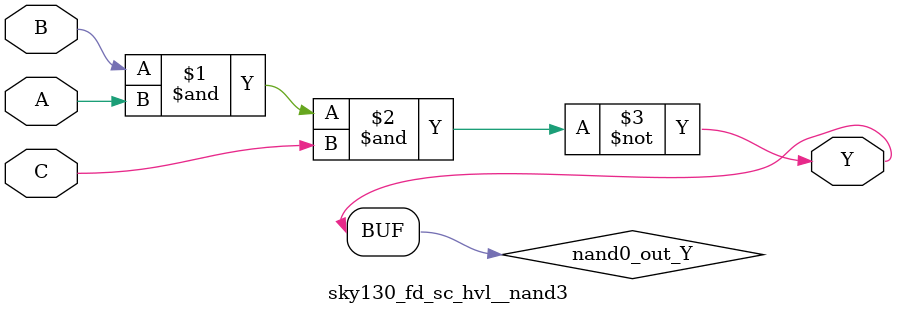
<source format=v>
/*
 * Copyright 2020 The SkyWater PDK Authors
 *
 * Licensed under the Apache License, Version 2.0 (the "License");
 * you may not use this file except in compliance with the License.
 * You may obtain a copy of the License at
 *
 *     https://www.apache.org/licenses/LICENSE-2.0
 *
 * Unless required by applicable law or agreed to in writing, software
 * distributed under the License is distributed on an "AS IS" BASIS,
 * WITHOUT WARRANTIES OR CONDITIONS OF ANY KIND, either express or implied.
 * See the License for the specific language governing permissions and
 * limitations under the License.
 *
 * SPDX-License-Identifier: Apache-2.0
*/


`ifndef SKY130_FD_SC_HVL__NAND3_FUNCTIONAL_V
`define SKY130_FD_SC_HVL__NAND3_FUNCTIONAL_V

/**
 * nand3: 3-input NAND.
 *
 * Verilog simulation functional model.
 */

`timescale 1ns / 1ps
`default_nettype none

`celldefine
module sky130_fd_sc_hvl__nand3 (
    Y,
    A,
    B,
    C
);

    // Module ports
    output Y;
    input  A;
    input  B;
    input  C;

    // Local signals
    wire nand0_out_Y;

    //   Name   Output       Other arguments
    nand nand0 (nand0_out_Y, B, A, C        );
    buf  buf0  (Y          , nand0_out_Y    );

endmodule
`endcelldefine

`default_nettype wire
`endif  // SKY130_FD_SC_HVL__NAND3_FUNCTIONAL_V

</source>
